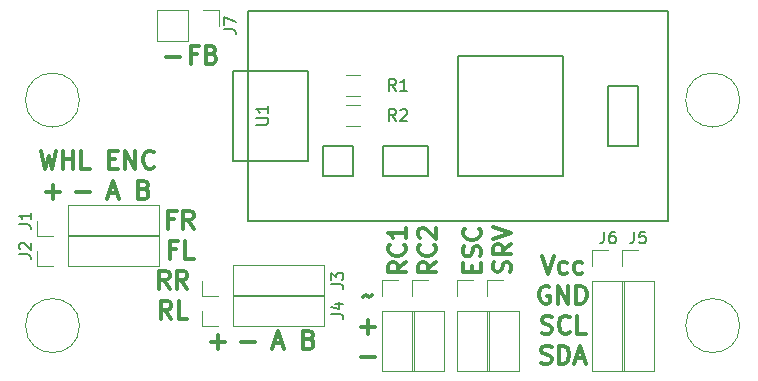
<source format=gto>
G04 #@! TF.FileFunction,Legend,Top*
%FSLAX46Y46*%
G04 Gerber Fmt 4.6, Leading zero omitted, Abs format (unit mm)*
G04 Created by KiCad (PCBNEW 4.0.6) date Wednesday, September 13, 2017 'PMt' 06:10:32 PM*
%MOMM*%
%LPD*%
G01*
G04 APERTURE LIST*
%ADD10C,0.100000*%
%ADD11C,0.300000*%
%ADD12C,0.120000*%
%ADD13C,0.150000*%
G04 APERTURE END LIST*
D10*
D11*
X63357143Y-71798571D02*
X62857143Y-71084286D01*
X62500000Y-71798571D02*
X62500000Y-70298571D01*
X63071428Y-70298571D01*
X63214286Y-70370000D01*
X63285714Y-70441429D01*
X63357143Y-70584286D01*
X63357143Y-70798571D01*
X63285714Y-70941429D01*
X63214286Y-71012857D01*
X63071428Y-71084286D01*
X62500000Y-71084286D01*
X64714286Y-71798571D02*
X64000000Y-71798571D01*
X64000000Y-70298571D01*
X63214286Y-69258571D02*
X62714286Y-68544286D01*
X62357143Y-69258571D02*
X62357143Y-67758571D01*
X62928571Y-67758571D01*
X63071429Y-67830000D01*
X63142857Y-67901429D01*
X63214286Y-68044286D01*
X63214286Y-68258571D01*
X63142857Y-68401429D01*
X63071429Y-68472857D01*
X62928571Y-68544286D01*
X62357143Y-68544286D01*
X64714286Y-69258571D02*
X64214286Y-68544286D01*
X63857143Y-69258571D02*
X63857143Y-67758571D01*
X64428571Y-67758571D01*
X64571429Y-67830000D01*
X64642857Y-67901429D01*
X64714286Y-68044286D01*
X64714286Y-68258571D01*
X64642857Y-68401429D01*
X64571429Y-68472857D01*
X64428571Y-68544286D01*
X63857143Y-68544286D01*
X85768571Y-67039999D02*
X85054286Y-67539999D01*
X85768571Y-67897142D02*
X84268571Y-67897142D01*
X84268571Y-67325714D01*
X84340000Y-67182856D01*
X84411429Y-67111428D01*
X84554286Y-67039999D01*
X84768571Y-67039999D01*
X84911429Y-67111428D01*
X84982857Y-67182856D01*
X85054286Y-67325714D01*
X85054286Y-67897142D01*
X85625714Y-65539999D02*
X85697143Y-65611428D01*
X85768571Y-65825714D01*
X85768571Y-65968571D01*
X85697143Y-66182856D01*
X85554286Y-66325714D01*
X85411429Y-66397142D01*
X85125714Y-66468571D01*
X84911429Y-66468571D01*
X84625714Y-66397142D01*
X84482857Y-66325714D01*
X84340000Y-66182856D01*
X84268571Y-65968571D01*
X84268571Y-65825714D01*
X84340000Y-65611428D01*
X84411429Y-65539999D01*
X84411429Y-64968571D02*
X84340000Y-64897142D01*
X84268571Y-64754285D01*
X84268571Y-64397142D01*
X84340000Y-64254285D01*
X84411429Y-64182856D01*
X84554286Y-64111428D01*
X84697143Y-64111428D01*
X84911429Y-64182856D01*
X85768571Y-65039999D01*
X85768571Y-64111428D01*
X83228571Y-67039999D02*
X82514286Y-67539999D01*
X83228571Y-67897142D02*
X81728571Y-67897142D01*
X81728571Y-67325714D01*
X81800000Y-67182856D01*
X81871429Y-67111428D01*
X82014286Y-67039999D01*
X82228571Y-67039999D01*
X82371429Y-67111428D01*
X82442857Y-67182856D01*
X82514286Y-67325714D01*
X82514286Y-67897142D01*
X83085714Y-65539999D02*
X83157143Y-65611428D01*
X83228571Y-65825714D01*
X83228571Y-65968571D01*
X83157143Y-66182856D01*
X83014286Y-66325714D01*
X82871429Y-66397142D01*
X82585714Y-66468571D01*
X82371429Y-66468571D01*
X82085714Y-66397142D01*
X81942857Y-66325714D01*
X81800000Y-66182856D01*
X81728571Y-65968571D01*
X81728571Y-65825714D01*
X81800000Y-65611428D01*
X81871429Y-65539999D01*
X83228571Y-64111428D02*
X83228571Y-64968571D01*
X83228571Y-64539999D02*
X81728571Y-64539999D01*
X81942857Y-64682856D01*
X82085714Y-64825714D01*
X82157143Y-64968571D01*
X75037143Y-73552857D02*
X75251429Y-73624286D01*
X75322857Y-73695714D01*
X75394286Y-73838571D01*
X75394286Y-74052857D01*
X75322857Y-74195714D01*
X75251429Y-74267143D01*
X75108571Y-74338571D01*
X74537143Y-74338571D01*
X74537143Y-72838571D01*
X75037143Y-72838571D01*
X75180000Y-72910000D01*
X75251429Y-72981429D01*
X75322857Y-73124286D01*
X75322857Y-73267143D01*
X75251429Y-73410000D01*
X75180000Y-73481429D01*
X75037143Y-73552857D01*
X74537143Y-73552857D01*
X72032857Y-73910000D02*
X72747143Y-73910000D01*
X71890000Y-74338571D02*
X72390000Y-72838571D01*
X72890000Y-74338571D01*
X69278572Y-73767143D02*
X70421429Y-73767143D01*
X66738572Y-73767143D02*
X67881429Y-73767143D01*
X67310000Y-74338571D02*
X67310000Y-73195714D01*
X63742143Y-65932857D02*
X63242143Y-65932857D01*
X63242143Y-66718571D02*
X63242143Y-65218571D01*
X63956429Y-65218571D01*
X65242143Y-66718571D02*
X64527857Y-66718571D01*
X64527857Y-65218571D01*
X63599286Y-63392857D02*
X63099286Y-63392857D01*
X63099286Y-64178571D02*
X63099286Y-62678571D01*
X63813572Y-62678571D01*
X65242143Y-64178571D02*
X64742143Y-63464286D01*
X64385000Y-64178571D02*
X64385000Y-62678571D01*
X64956428Y-62678571D01*
X65099286Y-62750000D01*
X65170714Y-62821429D01*
X65242143Y-62964286D01*
X65242143Y-63178571D01*
X65170714Y-63321429D01*
X65099286Y-63392857D01*
X64956428Y-63464286D01*
X64385000Y-63464286D01*
X52328571Y-57598571D02*
X52685714Y-59098571D01*
X52971428Y-58027143D01*
X53257142Y-59098571D01*
X53614285Y-57598571D01*
X54185714Y-59098571D02*
X54185714Y-57598571D01*
X54185714Y-58312857D02*
X55042857Y-58312857D01*
X55042857Y-59098571D02*
X55042857Y-57598571D01*
X56471429Y-59098571D02*
X55757143Y-59098571D01*
X55757143Y-57598571D01*
X58114286Y-58312857D02*
X58614286Y-58312857D01*
X58828572Y-59098571D02*
X58114286Y-59098571D01*
X58114286Y-57598571D01*
X58828572Y-57598571D01*
X59471429Y-59098571D02*
X59471429Y-57598571D01*
X60328572Y-59098571D01*
X60328572Y-57598571D01*
X61900001Y-58955714D02*
X61828572Y-59027143D01*
X61614286Y-59098571D01*
X61471429Y-59098571D01*
X61257144Y-59027143D01*
X61114286Y-58884286D01*
X61042858Y-58741429D01*
X60971429Y-58455714D01*
X60971429Y-58241429D01*
X61042858Y-57955714D01*
X61114286Y-57812857D01*
X61257144Y-57670000D01*
X61471429Y-57598571D01*
X61614286Y-57598571D01*
X61828572Y-57670000D01*
X61900001Y-57741429D01*
X65504286Y-49422857D02*
X65004286Y-49422857D01*
X65004286Y-50208571D02*
X65004286Y-48708571D01*
X65718572Y-48708571D01*
X66790000Y-49422857D02*
X67004286Y-49494286D01*
X67075714Y-49565714D01*
X67147143Y-49708571D01*
X67147143Y-49922857D01*
X67075714Y-50065714D01*
X67004286Y-50137143D01*
X66861428Y-50208571D01*
X66290000Y-50208571D01*
X66290000Y-48708571D01*
X66790000Y-48708571D01*
X66932857Y-48780000D01*
X67004286Y-48851429D01*
X67075714Y-48994286D01*
X67075714Y-49137143D01*
X67004286Y-49280000D01*
X66932857Y-49351429D01*
X66790000Y-49422857D01*
X66290000Y-49422857D01*
X62928572Y-49637143D02*
X64071429Y-49637143D01*
X61067143Y-60852857D02*
X61281429Y-60924286D01*
X61352857Y-60995714D01*
X61424286Y-61138571D01*
X61424286Y-61352857D01*
X61352857Y-61495714D01*
X61281429Y-61567143D01*
X61138571Y-61638571D01*
X60567143Y-61638571D01*
X60567143Y-60138571D01*
X61067143Y-60138571D01*
X61210000Y-60210000D01*
X61281429Y-60281429D01*
X61352857Y-60424286D01*
X61352857Y-60567143D01*
X61281429Y-60710000D01*
X61210000Y-60781429D01*
X61067143Y-60852857D01*
X60567143Y-60852857D01*
X58062857Y-61210000D02*
X58777143Y-61210000D01*
X57920000Y-61638571D02*
X58420000Y-60138571D01*
X58920000Y-61638571D01*
X55308572Y-61067143D02*
X56451429Y-61067143D01*
X52768572Y-61067143D02*
X53911429Y-61067143D01*
X53340000Y-61638571D02*
X53340000Y-60495714D01*
X79438572Y-75037143D02*
X80581429Y-75037143D01*
X79438572Y-72497143D02*
X80581429Y-72497143D01*
X80010000Y-73068571D02*
X80010000Y-71925714D01*
X79617143Y-69957143D02*
X79688572Y-69885714D01*
X79831429Y-69814286D01*
X80117143Y-69957143D01*
X80260000Y-69885714D01*
X80331429Y-69814286D01*
X88792857Y-67825714D02*
X88792857Y-67325714D01*
X89578571Y-67111428D02*
X89578571Y-67825714D01*
X88078571Y-67825714D01*
X88078571Y-67111428D01*
X89507143Y-66540000D02*
X89578571Y-66325714D01*
X89578571Y-65968571D01*
X89507143Y-65825714D01*
X89435714Y-65754285D01*
X89292857Y-65682857D01*
X89150000Y-65682857D01*
X89007143Y-65754285D01*
X88935714Y-65825714D01*
X88864286Y-65968571D01*
X88792857Y-66254285D01*
X88721429Y-66397143D01*
X88650000Y-66468571D01*
X88507143Y-66540000D01*
X88364286Y-66540000D01*
X88221429Y-66468571D01*
X88150000Y-66397143D01*
X88078571Y-66254285D01*
X88078571Y-65897143D01*
X88150000Y-65682857D01*
X89435714Y-64182857D02*
X89507143Y-64254286D01*
X89578571Y-64468572D01*
X89578571Y-64611429D01*
X89507143Y-64825714D01*
X89364286Y-64968572D01*
X89221429Y-65040000D01*
X88935714Y-65111429D01*
X88721429Y-65111429D01*
X88435714Y-65040000D01*
X88292857Y-64968572D01*
X88150000Y-64825714D01*
X88078571Y-64611429D01*
X88078571Y-64468572D01*
X88150000Y-64254286D01*
X88221429Y-64182857D01*
X92047143Y-67861428D02*
X92118571Y-67647142D01*
X92118571Y-67289999D01*
X92047143Y-67147142D01*
X91975714Y-67075713D01*
X91832857Y-67004285D01*
X91690000Y-67004285D01*
X91547143Y-67075713D01*
X91475714Y-67147142D01*
X91404286Y-67289999D01*
X91332857Y-67575713D01*
X91261429Y-67718571D01*
X91190000Y-67789999D01*
X91047143Y-67861428D01*
X90904286Y-67861428D01*
X90761429Y-67789999D01*
X90690000Y-67718571D01*
X90618571Y-67575713D01*
X90618571Y-67218571D01*
X90690000Y-67004285D01*
X92118571Y-65504285D02*
X91404286Y-66004285D01*
X92118571Y-66361428D02*
X90618571Y-66361428D01*
X90618571Y-65790000D01*
X90690000Y-65647142D01*
X90761429Y-65575714D01*
X90904286Y-65504285D01*
X91118571Y-65504285D01*
X91261429Y-65575714D01*
X91332857Y-65647142D01*
X91404286Y-65790000D01*
X91404286Y-66361428D01*
X90618571Y-65075714D02*
X92118571Y-64575714D01*
X90618571Y-64075714D01*
X94698572Y-75537143D02*
X94912858Y-75608571D01*
X95270001Y-75608571D01*
X95412858Y-75537143D01*
X95484287Y-75465714D01*
X95555715Y-75322857D01*
X95555715Y-75180000D01*
X95484287Y-75037143D01*
X95412858Y-74965714D01*
X95270001Y-74894286D01*
X94984287Y-74822857D01*
X94841429Y-74751429D01*
X94770001Y-74680000D01*
X94698572Y-74537143D01*
X94698572Y-74394286D01*
X94770001Y-74251429D01*
X94841429Y-74180000D01*
X94984287Y-74108571D01*
X95341429Y-74108571D01*
X95555715Y-74180000D01*
X96198572Y-75608571D02*
X96198572Y-74108571D01*
X96555715Y-74108571D01*
X96770000Y-74180000D01*
X96912858Y-74322857D01*
X96984286Y-74465714D01*
X97055715Y-74751429D01*
X97055715Y-74965714D01*
X96984286Y-75251429D01*
X96912858Y-75394286D01*
X96770000Y-75537143D01*
X96555715Y-75608571D01*
X96198572Y-75608571D01*
X97627143Y-75180000D02*
X98341429Y-75180000D01*
X97484286Y-75608571D02*
X97984286Y-74108571D01*
X98484286Y-75608571D01*
X94734286Y-72997143D02*
X94948572Y-73068571D01*
X95305715Y-73068571D01*
X95448572Y-72997143D01*
X95520001Y-72925714D01*
X95591429Y-72782857D01*
X95591429Y-72640000D01*
X95520001Y-72497143D01*
X95448572Y-72425714D01*
X95305715Y-72354286D01*
X95020001Y-72282857D01*
X94877143Y-72211429D01*
X94805715Y-72140000D01*
X94734286Y-71997143D01*
X94734286Y-71854286D01*
X94805715Y-71711429D01*
X94877143Y-71640000D01*
X95020001Y-71568571D01*
X95377143Y-71568571D01*
X95591429Y-71640000D01*
X97091429Y-72925714D02*
X97020000Y-72997143D01*
X96805714Y-73068571D01*
X96662857Y-73068571D01*
X96448572Y-72997143D01*
X96305714Y-72854286D01*
X96234286Y-72711429D01*
X96162857Y-72425714D01*
X96162857Y-72211429D01*
X96234286Y-71925714D01*
X96305714Y-71782857D01*
X96448572Y-71640000D01*
X96662857Y-71568571D01*
X96805714Y-71568571D01*
X97020000Y-71640000D01*
X97091429Y-71711429D01*
X98448572Y-73068571D02*
X97734286Y-73068571D01*
X97734286Y-71568571D01*
X95377143Y-69100000D02*
X95234286Y-69028571D01*
X95020000Y-69028571D01*
X94805715Y-69100000D01*
X94662857Y-69242857D01*
X94591429Y-69385714D01*
X94520000Y-69671429D01*
X94520000Y-69885714D01*
X94591429Y-70171429D01*
X94662857Y-70314286D01*
X94805715Y-70457143D01*
X95020000Y-70528571D01*
X95162857Y-70528571D01*
X95377143Y-70457143D01*
X95448572Y-70385714D01*
X95448572Y-69885714D01*
X95162857Y-69885714D01*
X96091429Y-70528571D02*
X96091429Y-69028571D01*
X96948572Y-70528571D01*
X96948572Y-69028571D01*
X97662858Y-70528571D02*
X97662858Y-69028571D01*
X98020001Y-69028571D01*
X98234286Y-69100000D01*
X98377144Y-69242857D01*
X98448572Y-69385714D01*
X98520001Y-69671429D01*
X98520001Y-69885714D01*
X98448572Y-70171429D01*
X98377144Y-70314286D01*
X98234286Y-70457143D01*
X98020001Y-70528571D01*
X97662858Y-70528571D01*
X94734286Y-66488571D02*
X95234286Y-67988571D01*
X95734286Y-66488571D01*
X96877143Y-67917143D02*
X96734286Y-67988571D01*
X96448572Y-67988571D01*
X96305714Y-67917143D01*
X96234286Y-67845714D01*
X96162857Y-67702857D01*
X96162857Y-67274286D01*
X96234286Y-67131429D01*
X96305714Y-67060000D01*
X96448572Y-66988571D01*
X96734286Y-66988571D01*
X96877143Y-67060000D01*
X98162857Y-67917143D02*
X98020000Y-67988571D01*
X97734286Y-67988571D01*
X97591428Y-67917143D01*
X97520000Y-67845714D01*
X97448571Y-67702857D01*
X97448571Y-67274286D01*
X97520000Y-67131429D01*
X97591428Y-67060000D01*
X97734286Y-66988571D01*
X98020000Y-66988571D01*
X98162857Y-67060000D01*
D12*
X55586000Y-53300000D02*
G75*
G03X55586000Y-53300000I-2286000J0D01*
G01*
X54610000Y-64830000D02*
X62290000Y-64830000D01*
X62290000Y-64830000D02*
X62290000Y-62170000D01*
X62290000Y-62170000D02*
X54610000Y-62170000D01*
X54610000Y-62170000D02*
X54610000Y-64830000D01*
X53340000Y-64830000D02*
X52010000Y-64830000D01*
X52010000Y-64830000D02*
X52010000Y-63500000D01*
X54610000Y-67370000D02*
X62290000Y-67370000D01*
X62290000Y-67370000D02*
X62290000Y-64710000D01*
X62290000Y-64710000D02*
X54610000Y-64710000D01*
X54610000Y-64710000D02*
X54610000Y-67370000D01*
X53340000Y-67370000D02*
X52010000Y-67370000D01*
X52010000Y-67370000D02*
X52010000Y-66040000D01*
X68580000Y-69910000D02*
X76260000Y-69910000D01*
X76260000Y-69910000D02*
X76260000Y-67250000D01*
X76260000Y-67250000D02*
X68580000Y-67250000D01*
X68580000Y-67250000D02*
X68580000Y-69910000D01*
X67310000Y-69910000D02*
X65980000Y-69910000D01*
X65980000Y-69910000D02*
X65980000Y-68580000D01*
X68580000Y-72450000D02*
X76260000Y-72450000D01*
X76260000Y-72450000D02*
X76260000Y-69790000D01*
X76260000Y-69790000D02*
X68580000Y-69790000D01*
X68580000Y-69790000D02*
X68580000Y-72450000D01*
X67310000Y-72450000D02*
X65980000Y-72450000D01*
X65980000Y-72450000D02*
X65980000Y-71120000D01*
X101540000Y-68580000D02*
X101540000Y-76260000D01*
X101540000Y-76260000D02*
X104200000Y-76260000D01*
X104200000Y-76260000D02*
X104200000Y-68580000D01*
X104200000Y-68580000D02*
X101540000Y-68580000D01*
X101540000Y-67310000D02*
X101540000Y-65980000D01*
X101540000Y-65980000D02*
X102870000Y-65980000D01*
X99000000Y-68580000D02*
X99000000Y-76260000D01*
X99000000Y-76260000D02*
X101660000Y-76260000D01*
X101660000Y-76260000D02*
X101660000Y-68580000D01*
X101660000Y-68580000D02*
X99000000Y-68580000D01*
X99000000Y-67310000D02*
X99000000Y-65980000D01*
X99000000Y-65980000D02*
X100330000Y-65980000D01*
X64770000Y-45660000D02*
X62170000Y-45660000D01*
X62170000Y-45660000D02*
X62170000Y-48320000D01*
X62170000Y-48320000D02*
X64770000Y-48320000D01*
X64770000Y-48320000D02*
X64770000Y-45660000D01*
X66040000Y-45660000D02*
X67370000Y-45660000D01*
X67370000Y-45660000D02*
X67370000Y-46990000D01*
X87570000Y-71120000D02*
X87570000Y-76260000D01*
X87570000Y-76260000D02*
X90230000Y-76260000D01*
X90230000Y-76260000D02*
X90230000Y-71120000D01*
X90230000Y-71120000D02*
X87570000Y-71120000D01*
X87570000Y-69850000D02*
X87570000Y-68520000D01*
X87570000Y-68520000D02*
X88900000Y-68520000D01*
X90110000Y-71120000D02*
X90110000Y-76260000D01*
X90110000Y-76260000D02*
X92770000Y-76260000D01*
X92770000Y-76260000D02*
X92770000Y-71120000D01*
X92770000Y-71120000D02*
X90110000Y-71120000D01*
X90110000Y-69850000D02*
X90110000Y-68520000D01*
X90110000Y-68520000D02*
X91440000Y-68520000D01*
X79340000Y-52950000D02*
X78140000Y-52950000D01*
X78140000Y-51190000D02*
X79340000Y-51190000D01*
X79340000Y-55490000D02*
X78140000Y-55490000D01*
X78140000Y-53730000D02*
X79340000Y-53730000D01*
D13*
X69850000Y-58420000D02*
X68580000Y-58420000D01*
X68580000Y-58420000D02*
X68580000Y-50800000D01*
X68580000Y-50800000D02*
X69850000Y-50800000D01*
X81280000Y-59690000D02*
X85090000Y-59690000D01*
X85090000Y-59690000D02*
X85090000Y-57150000D01*
X85090000Y-57150000D02*
X81280000Y-57150000D01*
X81280000Y-57150000D02*
X81280000Y-59690000D01*
X74930000Y-58420000D02*
X74930000Y-50800000D01*
X74930000Y-50800000D02*
X69850000Y-50800000D01*
X74930000Y-58420000D02*
X69850000Y-58420000D01*
X76200000Y-59690000D02*
X78740000Y-59690000D01*
X78740000Y-59690000D02*
X78740000Y-57150000D01*
X78740000Y-57150000D02*
X76200000Y-57150000D01*
X76200000Y-57150000D02*
X76200000Y-59690000D01*
X102870000Y-52070000D02*
X102870000Y-57150000D01*
X102870000Y-57150000D02*
X100330000Y-57150000D01*
X100330000Y-57150000D02*
X100330000Y-52070000D01*
X100330000Y-52070000D02*
X102870000Y-52070000D01*
X96520000Y-59690000D02*
X96520000Y-49530000D01*
X87630000Y-49530000D02*
X87630000Y-59690000D01*
X96520000Y-49530000D02*
X87630000Y-49530000D01*
X96520000Y-59690000D02*
X87630000Y-59690000D01*
X69850000Y-45720000D02*
X105410000Y-45720000D01*
X105410000Y-45720000D02*
X105410000Y-63500000D01*
X105410000Y-63500000D02*
X69850000Y-63500000D01*
X69850000Y-63500000D02*
X69850000Y-45720000D01*
D12*
X111486000Y-53300000D02*
G75*
G03X111486000Y-53300000I-2286000J0D01*
G01*
X55586000Y-72400000D02*
G75*
G03X55586000Y-72400000I-2286000J0D01*
G01*
X111486000Y-72400000D02*
G75*
G03X111486000Y-72400000I-2286000J0D01*
G01*
X81220000Y-71120000D02*
X81220000Y-76260000D01*
X81220000Y-76260000D02*
X83880000Y-76260000D01*
X83880000Y-76260000D02*
X83880000Y-71120000D01*
X83880000Y-71120000D02*
X81220000Y-71120000D01*
X81220000Y-69850000D02*
X81220000Y-68520000D01*
X81220000Y-68520000D02*
X82550000Y-68520000D01*
X83760000Y-71120000D02*
X83760000Y-76260000D01*
X83760000Y-76260000D02*
X86420000Y-76260000D01*
X86420000Y-76260000D02*
X86420000Y-71120000D01*
X86420000Y-71120000D02*
X83760000Y-71120000D01*
X83760000Y-69850000D02*
X83760000Y-68520000D01*
X83760000Y-68520000D02*
X85090000Y-68520000D01*
D13*
X50462381Y-63833333D02*
X51176667Y-63833333D01*
X51319524Y-63880953D01*
X51414762Y-63976191D01*
X51462381Y-64119048D01*
X51462381Y-64214286D01*
X51462381Y-62833333D02*
X51462381Y-63404762D01*
X51462381Y-63119048D02*
X50462381Y-63119048D01*
X50605238Y-63214286D01*
X50700476Y-63309524D01*
X50748095Y-63404762D01*
X50462381Y-66373333D02*
X51176667Y-66373333D01*
X51319524Y-66420953D01*
X51414762Y-66516191D01*
X51462381Y-66659048D01*
X51462381Y-66754286D01*
X50557619Y-65944762D02*
X50510000Y-65897143D01*
X50462381Y-65801905D01*
X50462381Y-65563809D01*
X50510000Y-65468571D01*
X50557619Y-65420952D01*
X50652857Y-65373333D01*
X50748095Y-65373333D01*
X50890952Y-65420952D01*
X51462381Y-65992381D01*
X51462381Y-65373333D01*
X76922381Y-68913333D02*
X77636667Y-68913333D01*
X77779524Y-68960953D01*
X77874762Y-69056191D01*
X77922381Y-69199048D01*
X77922381Y-69294286D01*
X76922381Y-68532381D02*
X76922381Y-67913333D01*
X77303333Y-68246667D01*
X77303333Y-68103809D01*
X77350952Y-68008571D01*
X77398571Y-67960952D01*
X77493810Y-67913333D01*
X77731905Y-67913333D01*
X77827143Y-67960952D01*
X77874762Y-68008571D01*
X77922381Y-68103809D01*
X77922381Y-68389524D01*
X77874762Y-68484762D01*
X77827143Y-68532381D01*
X76922381Y-71453333D02*
X77636667Y-71453333D01*
X77779524Y-71500953D01*
X77874762Y-71596191D01*
X77922381Y-71739048D01*
X77922381Y-71834286D01*
X77255714Y-70548571D02*
X77922381Y-70548571D01*
X76874762Y-70786667D02*
X77589048Y-71024762D01*
X77589048Y-70405714D01*
X102536667Y-64432381D02*
X102536667Y-65146667D01*
X102489047Y-65289524D01*
X102393809Y-65384762D01*
X102250952Y-65432381D01*
X102155714Y-65432381D01*
X103489048Y-64432381D02*
X103012857Y-64432381D01*
X102965238Y-64908571D01*
X103012857Y-64860952D01*
X103108095Y-64813333D01*
X103346191Y-64813333D01*
X103441429Y-64860952D01*
X103489048Y-64908571D01*
X103536667Y-65003810D01*
X103536667Y-65241905D01*
X103489048Y-65337143D01*
X103441429Y-65384762D01*
X103346191Y-65432381D01*
X103108095Y-65432381D01*
X103012857Y-65384762D01*
X102965238Y-65337143D01*
X99996667Y-64432381D02*
X99996667Y-65146667D01*
X99949047Y-65289524D01*
X99853809Y-65384762D01*
X99710952Y-65432381D01*
X99615714Y-65432381D01*
X100901429Y-64432381D02*
X100710952Y-64432381D01*
X100615714Y-64480000D01*
X100568095Y-64527619D01*
X100472857Y-64670476D01*
X100425238Y-64860952D01*
X100425238Y-65241905D01*
X100472857Y-65337143D01*
X100520476Y-65384762D01*
X100615714Y-65432381D01*
X100806191Y-65432381D01*
X100901429Y-65384762D01*
X100949048Y-65337143D01*
X100996667Y-65241905D01*
X100996667Y-65003810D01*
X100949048Y-64908571D01*
X100901429Y-64860952D01*
X100806191Y-64813333D01*
X100615714Y-64813333D01*
X100520476Y-64860952D01*
X100472857Y-64908571D01*
X100425238Y-65003810D01*
X67822381Y-47323333D02*
X68536667Y-47323333D01*
X68679524Y-47370953D01*
X68774762Y-47466191D01*
X68822381Y-47609048D01*
X68822381Y-47704286D01*
X67822381Y-46942381D02*
X67822381Y-46275714D01*
X68822381Y-46704286D01*
X82383334Y-52522381D02*
X82050000Y-52046190D01*
X81811905Y-52522381D02*
X81811905Y-51522381D01*
X82192858Y-51522381D01*
X82288096Y-51570000D01*
X82335715Y-51617619D01*
X82383334Y-51712857D01*
X82383334Y-51855714D01*
X82335715Y-51950952D01*
X82288096Y-51998571D01*
X82192858Y-52046190D01*
X81811905Y-52046190D01*
X83335715Y-52522381D02*
X82764286Y-52522381D01*
X83050000Y-52522381D02*
X83050000Y-51522381D01*
X82954762Y-51665238D01*
X82859524Y-51760476D01*
X82764286Y-51808095D01*
X82383334Y-55062381D02*
X82050000Y-54586190D01*
X81811905Y-55062381D02*
X81811905Y-54062381D01*
X82192858Y-54062381D01*
X82288096Y-54110000D01*
X82335715Y-54157619D01*
X82383334Y-54252857D01*
X82383334Y-54395714D01*
X82335715Y-54490952D01*
X82288096Y-54538571D01*
X82192858Y-54586190D01*
X81811905Y-54586190D01*
X82764286Y-54157619D02*
X82811905Y-54110000D01*
X82907143Y-54062381D01*
X83145239Y-54062381D01*
X83240477Y-54110000D01*
X83288096Y-54157619D01*
X83335715Y-54252857D01*
X83335715Y-54348095D01*
X83288096Y-54490952D01*
X82716667Y-55062381D01*
X83335715Y-55062381D01*
X70572381Y-55371905D02*
X71381905Y-55371905D01*
X71477143Y-55324286D01*
X71524762Y-55276667D01*
X71572381Y-55181429D01*
X71572381Y-54990952D01*
X71524762Y-54895714D01*
X71477143Y-54848095D01*
X71381905Y-54800476D01*
X70572381Y-54800476D01*
X71572381Y-53800476D02*
X71572381Y-54371905D01*
X71572381Y-54086191D02*
X70572381Y-54086191D01*
X70715238Y-54181429D01*
X70810476Y-54276667D01*
X70858095Y-54371905D01*
M02*

</source>
